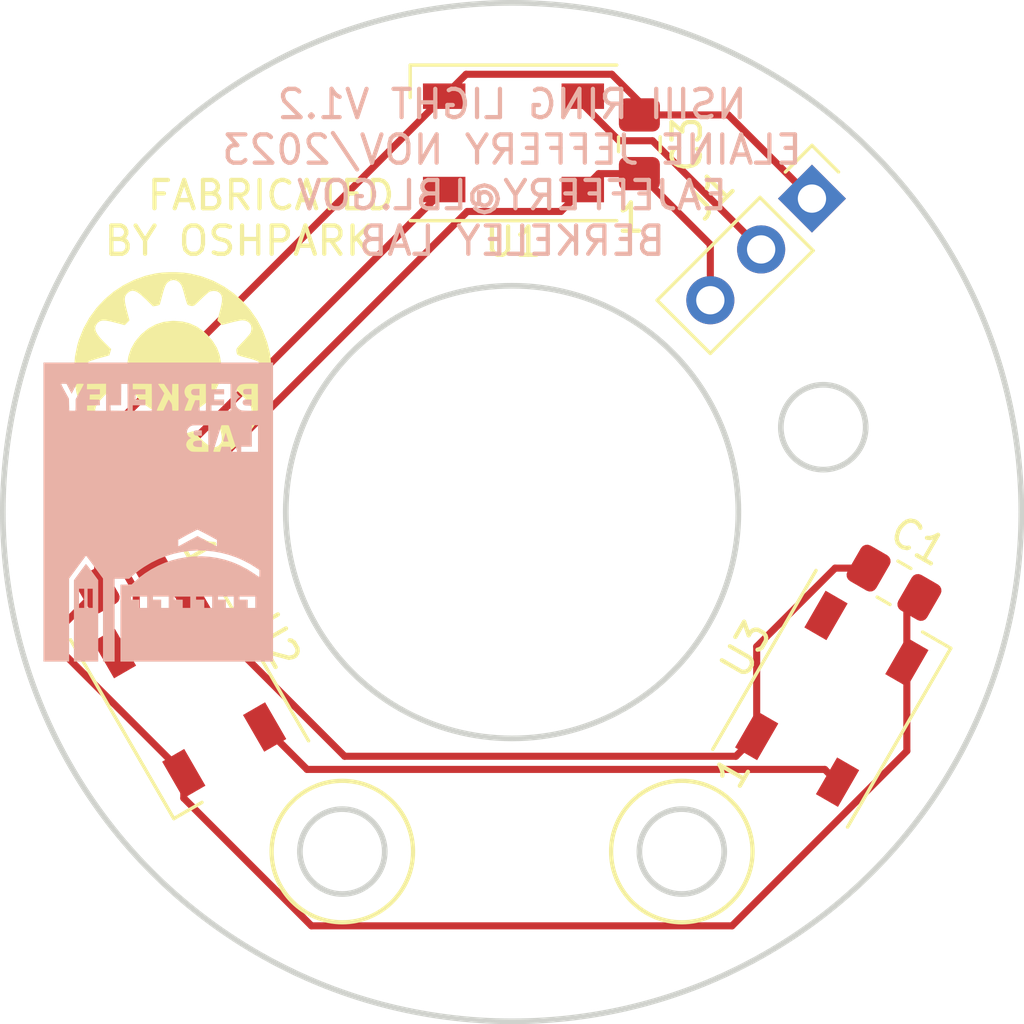
<source format=kicad_pcb>
(kicad_pcb (version 20221018) (generator pcbnew)
  (layers (0 "F.Cu" signal) (31 "B.Cu" signal) (34 "B.Paste" user) (35 "F.Paste" user) (36 "B.SilkS" user "B.Silkscreen") (37 "F.SilkS" user "F.Silkscreen") (38 "B.Mask" user) (39 "F.Mask" user) (44 "Edge.Cuts" user))
  (net 0 "")
  (net 1 "VDD")
  (net 2 "GND")
  (net 3 "/BlinkStick_R")
  (net 4 "Net-(U1-DOUT)")
  (net 5 "Net-(U2-DOUT)")
  (footprint "LED_SMD:LED_WS2812B_PLCC4_5.0x5.0mm_P3.2mm" (layer "F.Cu") (at 161.3 106.6 60)
    (fp_text reference "U3" (at 0 -3.5 60) (layer "F.SilkS"))
    (fp_text value "2812")
    (fp_text user "1" (at -4.001666 -1.731089 60) (layer "F.SilkS"))
    (fp_line (start -3.65 -2.75) (end 3.65 -2.75) (stroke (width 0.12)) (layer "F.SilkS"))
    (fp_line (start -3.65 2.75) (end 3.65 2.75) (stroke (width 0.12)) (layer "F.SilkS"))
    (fp_line (start 3.65 2.75) (end 3.65 1.6) (stroke (width 0.12)) (layer "F.SilkS"))
    (pad "1" smd rect (at -2.45 -1.65 60) (size 1.5 0.9) (layers "F.Cu" "F.Paste" "F.Mask") (net 2 "GND"))
    (pad "2" smd rect (at -2.45 1.65 60) (size 1.5 0.9) (layers "F.Cu" "F.Paste" "F.Mask") (net 5 "Net-(U2-DOUT)"))
    (pad "3" smd rect (at 2.45 1.65 60) (size 1.5 0.9) (layers "F.Cu" "F.Paste" "F.Mask") (net 1 "VDD"))
    (pad "4" smd rect (at 2.45 -1.65 60) (size 1.5 0.9) (layers "F.Cu" "F.Paste" "F.Mask"))
  )
  (footprint "Connector_PinHeader_2.54mm:PinHeader_1x03_P2.54mm_Vertical" (layer "F.Cu") (at 160.6 88.92 -45)
    (fp_text reference "J1" (at -2.630437 2.460732 -135) (layer "F.SilkS"))
    (fp_text value "Conn_01x03_Pin")
    (fp_line (start -1.33 -1.33) (end 0 -1.33) (stroke (width 0.12)) (layer "F.SilkS"))
    (fp_line (start -1.33 0) (end -1.33 -1.33) (stroke (width 0.12)) (layer "F.SilkS"))
    (fp_line (start -1.33 1.27) (end -1.33 6.41) (stroke (width 0.12)) (layer "F.SilkS"))
    (fp_line (start -1.33 1.27) (end 1.33 1.27) (stroke (width 0.12)) (layer "F.SilkS"))
    (fp_line (start -1.33 6.41) (end 1.33 6.41) (stroke (width 0.12)) (layer "F.SilkS"))
    (fp_line (start 1.33 1.27) (end 1.33 6.41) (stroke (width 0.12)) (layer "F.SilkS"))
    (pad "1" thru_hole rect (at 0 0 315) (size 1.7 1.7) (drill 1) (layers "*.Cu" "*.Mask") (net 1 "VDD"))
    (pad "2" thru_hole oval (at 0 2.54 315) (size 1.7 1.7) (drill 1) (layers "*.Cu" "*.Mask") (net 3 "/BlinkStick_R"))
    (pad "3" thru_hole oval (at 0 5.08 315) (size 1.7 1.7) (drill 1) (layers "*.Cu" "*.Mask") (net 2 "GND"))
  )
  (footprint "LED_SMD:LED_WS2812B_PLCC4_5.0x5.0mm_P3.2mm" (layer "F.Cu") (at 150.05 86.95 180)
    (fp_text reference "U1" (at 0 -3.5) (layer "F.SilkS"))
    (fp_text value "2812")
    (fp_text user "1" (at -4.15 -2.65) (layer "F.SilkS"))
    (fp_line (start -3.65 -2.75) (end 3.65 -2.75) (stroke (width 0.12)) (layer "F.SilkS"))
    (fp_line (start -3.65 2.75) (end 3.65 2.75) (stroke (width 0.12)) (layer "F.SilkS"))
    (fp_line (start 3.65 2.75) (end 3.65 1.6) (stroke (width 0.12)) (layer "F.SilkS"))
    (pad "1" smd rect (at -2.45 -1.65 180) (size 1.5 0.9) (layers "F.Cu" "F.Paste" "F.Mask") (net 2 "GND"))
    (pad "2" smd rect (at -2.45 1.65 180) (size 1.5 0.9) (layers "F.Cu" "F.Paste" "F.Mask") (net 3 "/BlinkStick_R"))
    (pad "3" smd rect (at 2.45 1.65 180) (size 1.5 0.9) (layers "F.Cu" "F.Paste" "F.Mask") (net 1 "VDD"))
    (pad "4" smd rect (at 2.45 -1.65 180) (size 1.5 0.9) (layers "F.Cu" "F.Paste" "F.Mask") (net 4 "Net-(U1-DOUT)"))
  )
  (footprint "Capacitor_SMD:C_0805_2012Metric_Pad1.18x1.45mm_HandSolder" (layer "F.Cu") (at 163.5 102.5 150)
    (fp_text reference "C1" (at 0 1.7 150) (layer "F.SilkS"))
    (fp_text value "4.7")
    (fp_line (start -0.261252 -0.735) (end 0.261252 -0.735) (stroke (width 0.12)) (layer "F.SilkS"))
    (fp_line (start -0.261252 0.735) (end 0.261252 0.735) (stroke (width 0.12)) (layer "F.SilkS"))
    (pad "1" smd roundrect (at -1.0375 0 150) (size 1.175 1.45) (layers "F.Cu" "F.Paste" "F.Mask") (roundrect_rratio 0.212766) (net 1 "VDD"))
    (pad "2" smd roundrect (at 1.0375 0 150) (size 1.175 1.45) (layers "F.Cu" "F.Paste" "F.Mask") (roundrect_rratio 0.212766) (net 2 "GND"))
  )
  (footprint "Capacitor_SMD:C_0805_2012Metric_Pad1.18x1.45mm_HandSolder" (layer "F.Cu") (at 154.5 87 -90)
    (fp_text reference "C3" (at 0 -1.68 90) (layer "F.SilkS"))
    (fp_text value "4.7")
    (fp_line (start -0.261252 -0.735) (end 0.261252 -0.735) (stroke (width 0.12)) (layer "F.SilkS"))
    (fp_line (start -0.261252 0.735) (end 0.261252 0.735) (stroke (width 0.12)) (layer "F.SilkS"))
    (pad "1" smd roundrect (at -1.0375 0 270) (size 1.175 1.45) (layers "F.Cu" "F.Paste" "F.Mask") (roundrect_rratio 0.212766) (net 1 "VDD"))
    (pad "2" smd roundrect (at 1.0375 0 270) (size 1.175 1.45) (layers "F.Cu" "F.Paste" "F.Mask") (roundrect_rratio 0.212766) (net 2 "GND"))
  )
  (footprint "footprints:OSHPark_Logo" (layer "F.Cu") (at 138 95)
    (fp_text reference "G***" hide)
    (fp_text value "LOGO" hide)
    (fp_poly (pts (xy 0.349182 -1.737259) (xy 0.61804 -1.668294) (xy 0.867025 -1.550882) (xy 1.101851 -1.382638) (xy 1.221503 -1.273046) (xy 1.42093 -1.046101) (xy 1.568229 -0.807701) (xy 1.665672 -0.552526) (xy 1.715528 -0.27525) (xy 1.723544 -0.095798) (xy 1.697549 0.202506) (xy 1.621865 0.485269) (xy 1.499943 0.747089) (xy 1.335237 0.982564) (xy 1.131198 1.186294) (xy 0.891277 1.352875) (xy 0.752694 1.423381) (xy 0.524094 1.506194) (xy 0.280292 1.5589) (xy 0.03902 1.578934) (xy -0.181989 1.56373) (xy -0.198071 1.56095) (xy -0.492452 1.481651) (xy -0.760497 1.358101) (xy -0.99853 1.1949) (xy -1.202879 0.996647) (xy -1.369869 0.76794) (xy -1.495826 0.513378) (xy -1.577075 0.23756) (xy -1.609943 -0.054914) (xy -1.607272 -0.202953) (xy -1.564764 -0.497026) (xy -1.473619 -0.76796) (xy -1.332548 -1.018467) (xy -1.140261 -1.251259) (xy -1.081142 -1.309766) (xy -0.848061 -1.498027) (xy -0.597337 -1.634859) (xy -0.326306 -1.721317) (xy -0.032304 -1.758457) (xy 0.054741 -1.760162)) (fill solid) (layer "F.SilkS"))
    (fp_poly (pts (xy 0.144299 -3.479251) (xy 0.396076 -3.464097) (xy 0.601085 -3.437482) (xy 1.02098 -3.336222) (xy 1.42381 -3.184141) (xy 1.804639 -2.983798) (xy 2.158535 -2.737754) (xy 2.451697 -2.477602) (xy 2.746035 -2.148099) (xy 2.993121 -1.791462) (xy 3.193446 -1.406779) (xy 3.3475 -0.993134) (xy 3.437243 -0.643211) (xy 3.463015 -0.47329) (xy 3.47918 -0.266359) (xy 3.485706 -0.039306) (xy 3.482561 0.190984) (xy 3.469714 0.407621) (xy 3.447135 0.59372) (xy 3.439617 0.635268) (xy 3.330355 1.062144) (xy 3.176042 1.459055) (xy 2.974849 1.829437) (xy 2.724944 2.176722) (xy 2.464148 2.465085) (xy 2.133591 2.760471) (xy 1.780169 3.006158) (xy 1.403406 3.202402) (xy 1.002823 3.349457) (xy 0.652852 3.43416) (xy 0.468016 3.46127) (xy 0.253559 3.480102) (xy 0.029857 3.489806) (xy -0.18271 3.489532) (xy -0.363765 3.478429) (xy -0.375867 3.477094) (xy -0.800843 3.40139) (xy -1.209429 3.275181) (xy -1.597618 3.101284) (xy -1.961407 2.882516) (xy -2.29679 2.621696) (xy -2.599762 2.321638) (xy -2.866319 1.985162) (xy -3.092455 1.615083) (xy -3.131848 1.538547) (xy -3.292067 1.157673) (xy -3.404467 0.75643) (xy -3.468567 0.341934) (xy -3.483888 -0.078698) (xy -3.481965 -0.102477) (xy -3.110792 -0.102477) (xy -3.104148 0.016046) (xy -3.050908 0.123253) (xy -2.959064 0.203762) (xy -2.948729 0.209407) (xy -2.886773 0.235074) (xy -2.786423 0.269423) (xy -2.662347 0.307672) (xy -2.54844 0.339881) (xy -2.236644 0.424245) (xy -2.203103 0.538028) (xy -2.169562 0.65181) (xy -2.3744 0.85279) (xy -2.531457 1.016762) (xy -2.642864 1.157131) (xy -2.710332 1.277745) (xy -2.73557 1.382454) (xy -2.72029 1.475104) (xy -2.680859 1.542094) (xy -2.616787 1.597408) (xy -2.532084 1.64082) (xy -2.517651 1.645611) (xy -2.467846 1.657397) (xy -2.414985 1.660655) (xy -2.347914 1.653967) (xy -2.255481 1.635917) (xy -2.126531 1.605087) (xy -2.053561 1.586652) (xy -1.696471 1.495637) (xy -1.612366 1.575782) (xy -1.5767 1.611175) (xy -1.553441 1.64402) (xy -1.542875 1.683737) (xy -1.545289 1.739746) (xy -1.560967 1.821467) (xy -1.590197 1.938321) (xy -1.627633 2.078727) (xy -1.666103 2.22989) (xy -1.687632 2.340719) (xy -1.692382 2.422883) (xy -1.680513 2.48805) (xy -1.652186 2.547888) (xy -1.634478 2.57564) (xy -1.546609 2.661852) (xy -1.436169 2.701929) (xy -1.314938 2.692358) (xy -1.281868 2.680799) (xy -1.227676 2.647743) (xy -1.145677 2.584558) (xy -1.046577 2.500017) (xy -0.941078 2.402896) (xy -0.930604 2.392845) (xy -0.670582 2.142325) (xy -0.561489 2.1736) (xy -0.452396 2.204875) (xy -0.367642 2.518871) (xy -0.316821 2.697952) (xy -0.272311 2.831228) (xy -0.230324 2.926693) (xy -0.187072 2.992343) (xy -0.138767 3.036173) (xy -0.115982 3.050042) (xy -0.001206 3.088395) (xy 0.112535 3.074194) (xy 0.16512 3.051368) (xy 0.219396 3.014355) (xy 0.266036 2.959368) (xy 0.308946 2.878341) (xy 0.352033 2.763206) (xy 0.399203 2.605897) (xy 0.422781 2.519279) (xy 0.506358 2.205691) (xy 0.619241 2.173036) (xy 0.732125 2.140382) (xy 0.934004 2.346124) (xy 1.096676 2.502484) (xy 1.235278 2.613726) (xy 1.354061 2.68158) (xy 1.457275 2.707776) (xy 1.549172 2.694042) (xy 1.634002 2.642107) (xy 1.64276 2.634429) (xy 1.697375 2.574653) (xy 1.730873 2.507097) (xy 1.743632 2.422817) (xy 1.736028 2.312869) (xy 1.708439 2.16831) (xy 1.669106 2.009826) (xy 1.578997 1.667796) (xy 1.658518 1.58459) (xy 1.692472 1.549946) (xy 1.723308 1.527001) (xy 1.760296 1.516056) (xy 1.812705 1.517411) (xy 1.889808 1.531366) (xy 2.000874 1.558223) (xy 2.155173 1.598282) (xy 2.165721 1.601037) (xy 2.336764 1.641222) (xy 2.466737 1.65958) (xy 2.56509 1.655364) (xy 2.641273 1.627827) (xy 2.704736 1.576223) (xy 2.721733 1.557098) (xy 2.776132 1.472782) (xy 2.795243 1.385822) (xy 2.776994 1.290816) (xy 2.719309 1.18236) (xy 2.620115 1.055052) (xy 2.477339 0.903491) (xy 2.466755 0.892925) (xy 2.224352 0.651644) (xy 2.2576 0.539038) (xy 2.290849 0.426431) (xy 2.602914 0.341529) (xy 2.78385 0.289584) (xy 2.91899 0.243709) (xy 3.016411 0.200272) (xy 3.084193 0.155641) (xy 3.130412 0.106185) (xy 3.132282 0.103549) (xy 3.16912 0.008561) (xy 3.169612 -0.102162) (xy 3.134808 -0.204379) (xy 3.117842 -0.229507) (xy 3.06747 -0.28341) (xy 3.004549 -0.327068) (xy 2.917937 -0.365757) (xy 2.796486 -0.404754) (xy 2.682327 -0.435695) (xy 2.528805 -0.47566) (xy 2.41998 -0.505816) (xy 2.34768 -0.530547) (xy 2.303734 -0.55424) (xy 2.279968 -0.581277) (xy 2.268212 -0.616045) (xy 2.260431 -0.662056) (xy 2.254116 -0.709267) (xy 2.256394 -0.748127) (xy 2.272991 -0.787764) (xy 2.309632 -0.837301) (xy 2.372043 -0.905865) (xy 2.46595 -1.00258) (xy 2.488565 -1.025645) (xy 2.584874 -1.127368) (xy 2.668335 -1.222062) (xy 2.730371 -1.299544) (xy 2.762401 -1.34963) (xy 2.763257 -1.351738) (xy 2.790083 -1.485052) (xy 2.768847 -1.602521) (xy 2.704995 -1.696068) (xy 2.603974 -1.757613) (xy 2.475091 -1.779095) (xy 2.407389 -1.771987) (xy 2.30225 -1.752707) (xy 2.174817 -1.724318) (xy 2.057902 -1.694676) (xy 1.743705 -1.610258) (xy 1.66307 -1.690893) (xy 1.582435 -1.771528) (xy 1.667079 -2.088699) (xy 1.71479 -2.281415) (xy 1.741924 -2.431398) (xy 1.748066 -2.546813) (xy 1.732798 -2.63582) (xy 1.695701 -2.706584) (xy 1.636359 -2.767266) (xy 1.632195 -2.770674) (xy 1.551435 -2.806886) (xy 1.446967 -2.816967) (xy 1.343323 -2.800663) (xy 1.28567 -2.774266) (xy 1.239631 -2.737588) (xy 1.165485 -2.671743) (xy 1.073776 -2.58633) (xy 0.982755 -2.498521) (xy 0.882724 -2.401242) (xy 0.812118 -2.336738) (xy 0.761628 -2.2991) (xy 0.721949 -2.28242) (xy 0.683772 -2.28079) (xy 0.64844 -2.286278) (xy 0.576155 -2.306658) (xy 0.528202 -2.332384) (xy 0.524586 -2.336215) (xy 0.507827 -2.374413) (xy 0.481805 -2.453303) (xy 0.450413 -2.560441) (xy 0.424876 -2.654957) (xy 0.390282 -2.781143) (xy 0.356209 -2.894291) (xy 0.327278 -2.979603) (xy 0.312372 -3.015202) (xy 0.232931 -3.121063) (xy 0.132148 -3.184515) (xy 0.020863 -3.203379) (xy -0.090081 -3.175472) (xy -0.175952 -3.113416) (xy -0.217755 -3.064322) (xy -0.25317 -3.003297) (xy -0.287012 -2.91898) (xy -0.324101 -2.800014) (xy -0.352962 -2.696013) (xy -0.387692 -2.567708) (xy -0.417651 -2.457723) (xy -0.439746 -2.37737) (xy -0.450882 -2.337962) (xy -0.451109 -2.337225) (xy -0.481659 -2.314609) (xy -0.547017 -2.294002) (xy -0.576577 -2.288341) (xy -0.692542 -2.269797) (xy -0.943533 -2.515936) (xy -1.094115 -2.655672) (xy -1.219405 -2.75234) (xy -1.325141 -2.807969) (xy -1.417059 -2.824589) (xy -1.500896 -2.804228) (xy -1.582391 -2.748917) (xy -1.588019 -2.743912) (xy -1.642581 -2.684222) (xy -1.676076 -2.616786) (xy -1.688875 -2.53267) (xy -1.681352 -2.422939) (xy -1.653879 -2.278658) (xy -1.614124 -2.118393) (xy -1.523774 -1.775447) (xy -1.608162 -1.691059) (xy -1.69255 -1.606672) (xy -2.029043 -1.695705) (xy -2.213417 -1.740862) (xy -2.355468 -1.765805) (xy -2.463878 -1.770194) (xy -2.547331 -1.753688) (xy -2.614509 -1.715946) (xy -2.6618 -1.67087) (xy -2.717613 -1.586035) (xy -2.735451 -1.494789) (xy -2.713571 -1.39284) (xy -2.650234 -1.275895) (xy -2.543698 -1.139663) (xy -2.392223 -0.979851) (xy -2.3744 -0.962274) (xy -2.169562 -0.761293) (xy -2.202486 -0.649786) (xy -2.23541 -0.538279) (xy -2.547824 -0.452229) (xy -2.733134 -0.398733) (xy -2.871894 -0.351507) (xy -2.971238 -0.306117) (xy -3.038301 -0.25813) (xy -3.080216 -0.203115) (xy -3.10412 -0.136638) (xy -3.110792 -0.102477) (xy -3.481965 -0.102477) (xy -3.449949 -0.498347) (xy -3.36627 -0.909896) (xy -3.309641 -1.098446) (xy -3.148342 -1.497991) (xy -2.941535 -1.870323) (xy -2.692883 -2.21229) (xy -2.406051 -2.520737) (xy -2.084701 -2.792512) (xy -1.732497 -3.024461) (xy -1.353101 -3.213431) (xy -0.950178 -3.356269) (xy -0.590069 -3.439383) (xy -0.369922 -3.466928) (xy -0.118083 -3.480206)) (fill solid) (layer "F.SilkS"))
  )
  (footprint "Capacitor_SMD:C_0805_2012Metric_Pad1.18x1.45mm_HandSolder" (layer "F.Cu") (at 136.25 102.25 30)
    (fp_text reference "C2" (at 0 -1.68 30) (layer "F.SilkS"))
    (fp_text value "4.7")
    (fp_line (start -0.261252 -0.735) (end 0.261252 -0.735) (stroke (width 0.12)) (layer "F.SilkS"))
    (fp_line (start -0.261252 0.735) (end 0.261252 0.735) (stroke (width 0.12)) (layer "F.SilkS"))
    (pad "1" smd roundrect (at -1.0375 0 30) (size 1.175 1.45) (layers "F.Cu" "F.Paste" "F.Mask") (roundrect_rratio 0.212766) (net 1 "VDD"))
    (pad "2" smd roundrect (at 1.0375 0 30) (size 1.175 1.45) (layers "F.Cu" "F.Paste" "F.Mask") (roundrect_rratio 0.212766) (net 2 "GND"))
  )
  (footprint "LED_SMD:LED_WS2812B_PLCC4_5.0x5.0mm_P3.2mm" (layer "F.Cu") (at 138.6 106.3 -60)
    (fp_text reference "U2" (at 0 -3.5 120) (layer "F.SilkS"))
    (fp_text value "2812")
    (fp_text user "1" (at -4.043524 -2.79641 120) (layer "F.SilkS"))
    (fp_line (start -3.65 -2.75) (end 3.65 -2.75) (stroke (width 0.12)) (layer "F.SilkS"))
    (fp_line (start -3.65 2.75) (end 3.65 2.75) (stroke (width 0.12)) (layer "F.SilkS"))
    (fp_line (start 3.65 2.75) (end 3.65 1.6) (stroke (width 0.12)) (layer "F.SilkS"))
    (pad "1" smd rect (at -2.45 -1.65 300) (size 1.5 0.9) (layers "F.Cu" "F.Paste" "F.Mask") (net 2 "GND"))
    (pad "2" smd rect (at -2.45 1.65 300) (size 1.5 0.9) (layers "F.Cu" "F.Paste" "F.Mask") (net 4 "Net-(U1-DOUT)"))
    (pad "3" smd rect (at 2.45 1.65 300) (size 1.5 0.9) (layers "F.Cu" "F.Paste" "F.Mask") (net 1 "VDD"))
    (pad "4" smd rect (at 2.45 -1.65 300) (size 1.5 0.9) (layers "F.Cu" "F.Paste" "F.Mask") (net 5 "Net-(U2-DOUT)"))
  )
  (footprint "footprints:Berkeley_Lab_Logo" (layer "B.Cu") (at 137.5 100 180)
    (fp_text reference "G***" hide)
    (fp_text value "LOGO" hide)
    (fp_poly (pts (xy -2.33947 2.678718) (xy -2.317771 2.608222) (xy -2.302683 2.557858) (xy -2.294954 2.524287) (xy -2.295331 2.504173) (xy -2.304561 2.494177) (xy -2.32339 2.490963) (xy -2.352566 2.491194) (xy -2.381348 2.491619) (xy -2.477157 2.491619) (xy -2.461597 2.543024) (xy -2.450876 2.578321) (xy -2.435756 2.627943) (xy -2.418921 2.683086) (xy -2.412861 2.702909) (xy -2.379684 2.811389)) (fill solid) (layer "B.SilkS"))
    (fp_poly (pts (xy -1.448405 2.527616) (xy -1.363515 2.523574) (xy -1.300063 2.511524) (xy -1.256385 2.490636) (xy -1.230815 2.460079) (xy -1.221691 2.419022) (xy -1.221619 2.414351) (xy -1.228696 2.370768) (xy -1.251173 2.338349) (xy -1.290917 2.316109) (xy -1.349796 2.303067) (xy -1.429678 2.298239) (xy -1.442357 2.298163) (xy -1.536095 2.298095) (xy -1.536095 2.413) (xy -1.536095 2.527905)) (fill solid) (layer "B.SilkS"))
    (fp_poly (pts (xy -1.281644 4.353451) (xy -1.243385 4.35029) (xy -1.217476 4.343818) (xy -1.198018 4.33305) (xy -1.194372 4.330287) (xy -1.163213 4.291876) (xy -1.153754 4.24387) (xy -1.161614 4.201667) (xy -1.178611 4.168173) (xy -1.206124 4.145298) (xy -1.247863 4.131503) (xy -1.30754 4.125254) (xy -1.348019 4.124476) (xy -1.451429 4.124476) (xy -1.451429 4.239381) (xy -1.451429 4.354286) (xy -1.338155 4.354286)) (fill solid) (layer "B.SilkS"))
    (fp_poly (pts (xy -3.103539 4.352465) (xy -3.055564 4.345967) (xy -3.023859 4.333235) (xy -3.004564 4.312714) (xy -2.993821 4.282849) (xy -2.993762 4.282582) (xy -2.994059 4.244941) (xy -3.007089 4.206491) (xy -3.028677 4.177028) (xy -3.042494 4.168275) (xy -3.062734 4.164976) (xy -3.100606 4.162415) (xy -3.149558 4.160959) (xy -3.175989 4.160762) (xy -3.289905 4.160762) (xy -3.289905 4.257524) (xy -3.289905 4.354286) (xy -3.171644 4.354286)) (fill solid) (layer "B.SilkS"))
    (fp_poly (pts (xy -1.358118 2.889974) (xy -1.31844 2.887051) (xy -1.29198 2.881155) (xy -1.273269 2.871445) (xy -1.268921 2.86813) (xy -1.245287 2.835038) (xy -1.239832 2.794095) (xy -1.252264 2.75307) (xy -1.274303 2.725909) (xy -1.292489 2.712299) (xy -1.312579 2.703809) (xy -1.34064 2.699261) (xy -1.382742 2.697476) (xy -1.421865 2.697238) (xy -1.536095 2.697238) (xy -1.536095 2.794) (xy -1.536095 2.890762) (xy -1.416483 2.890762)) (fill solid) (layer "B.SilkS"))
    (fp_poly (pts (xy -3.104762 3.978951) (xy -3.065957 3.977123) (xy -3.040543 3.972831) (xy -3.023121 3.965055) (xy -3.008292 3.952777) (xy -3.005117 3.949645) (xy -2.980121 3.909308) (xy -2.974768 3.863176) (xy -2.988985 3.819034) (xy -3.006611 3.796989) (xy -3.023048 3.783576) (xy -3.041875 3.774688) (xy -3.068626 3.769149) (xy -3.108832 3.76578) (xy -3.163849 3.763542) (xy -3.289905 3.759417) (xy -3.289905 3.869375) (xy -3.289905 3.979333) (xy -3.162355 3.979333)) (fill solid) (layer "B.SilkS"))
    (fp_poly (pts (xy 2.569958 -1.840504) (xy 2.580714 -1.85417) (xy 2.603758 -1.884713) (xy 2.637116 -1.929472) (xy 2.678812 -1.985784) (xy 2.726871 -2.050991) (xy 2.779319 -2.122429) (xy 2.786077 -2.131654) (xy 2.987524 -2.406688) (xy 2.987524 -3.846154) (xy 2.987524 -5.285619) (xy 2.558143 -5.285619) (xy 2.128762 -5.285619) (xy 2.128762 -3.845111) (xy 2.128762 -2.709333) (xy 2.322286 -2.709333) (xy 2.322286 -3.048) (xy 2.322286 -3.386667) (xy 2.413 -3.386667) (xy 2.503714 -3.386667) (xy 2.503714 -3.048) (xy 2.503714 -2.709333) (xy 2.624667 -2.709333) (xy 2.624667 -3.048) (xy 2.624667 -3.386667) (xy 2.715381 -3.386667) (xy 2.806095 -3.386667) (xy 2.806095 -3.048) (xy 2.806095 -2.709333) (xy 2.715381 -2.709333) (xy 2.624667 -2.709333) (xy 2.503714 -2.709333) (xy 2.413 -2.709333) (xy 2.322286 -2.709333) (xy 2.128762 -2.709333) (xy 2.128762 -2.404602) (xy 2.342024 -2.114496) (xy 2.404859 -2.029435) (xy 2.455141 -1.962433) (xy 2.494279 -1.911792) (xy 2.523684 -1.875819) (xy 2.544767 -1.852816) (xy 2.558938 -1.84109) (xy 2.567607 -1.838944)) (fill solid) (layer "B.SilkS"))
    (fp_poly (pts (xy 4.064 0) (xy 4.064 -5.285619) (xy 3.610428 -5.285619) (xy 3.156857 -5.285619) (xy 3.156857 -3.818444) (xy 3.156857 -2.351269) (xy 2.861198 -1.949234) (xy 2.797438 -1.862685) (xy 2.738083 -1.782407) (xy 2.684667 -1.710452) (xy 2.638723 -1.648872) (xy 2.601782 -1.599718) (xy 2.57538 -1.565043) (xy 2.561047 -1.546898) (xy 2.558939 -1.544671) (xy 2.550601 -1.553543) (xy 2.529522 -1.579932) (xy 2.497226 -1.62182) (xy 2.455239 -1.677188) (xy 2.405088 -1.744018) (xy 2.348299 -1.820293) (xy 2.286397 -1.903994) (xy 2.255884 -1.945445) (xy 1.959428 -2.348746) (xy 1.959428 -3.817183) (xy 1.959428 -5.285619) (xy 1.753809 -5.285619) (xy 1.54819 -5.285619) (xy 1.54819 -3.822095) (xy 1.54819 -2.358571) (xy 1.293534 -2.358571) (xy 1.038878 -2.358571) (xy 0.90951 -2.246491) (xy 0.827291 -2.176151) (xy 0.756219 -2.117705) (xy 0.689953 -2.066332) (xy 0.622151 -2.017212) (xy 0.546473 -1.965524) (xy 0.495905 -1.932098) (xy 0.250014 -1.785147) (xy -0.005078 -1.65991) (xy -0.267925 -1.556379) (xy -0.537076 -1.474548) (xy -0.811083 -1.41441) (xy -1.088498 -1.375959) (xy -1.367871 -1.359188) (xy -1.647755 -1.36409) (xy -1.9267 -1.39066) (xy -2.203258 -1.438889) (xy -2.475981 -1.508773) (xy -2.743418 -1.600304) (xy -3.004123 -1.713475) (xy -3.256646 -1.848281) (xy -3.419265 -1.949856) (xy -3.568095 -2.048569) (xy -3.568095 -2.173933) (xy -3.567513 -2.231227) (xy -3.565467 -2.267628) (xy -3.561513 -2.286411) (xy -3.555205 -2.290853) (xy -3.552359 -2.289625) (xy -3.53727 -2.279599) (xy -3.506225 -2.258448) (xy -3.46313 -2.228849) (xy -3.411893 -2.193484) (xy -3.386049 -2.175589) (xy -3.138741 -2.018272) (xy -2.88428 -1.883991) (xy -2.62326 -1.772866) (xy -2.356274 -1.685016) (xy -2.083916 -1.620561) (xy -1.806778 -1.57962) (xy -1.525454 -1.562312) (xy -1.240537 -1.568757) (xy -0.95262 -1.599074) (xy -0.724443 -1.63977) (xy -0.474759 -1.70395) (xy -0.226267 -1.790501) (xy 0.017735 -1.897694) (xy 0.25395 -2.023803) (xy 0.479081 -2.167098) (xy 0.689831 -2.325853) (xy 0.845486 -2.462474) (xy 0.947116 -2.558143) (xy 1.144843 -2.561981) (xy 1.342571 -2.565818) (xy 1.342571 -3.925719) (xy 1.342571 -5.285619) (xy -1.354667 -5.285619) (xy -4.051905 -5.285619) (xy -4.051905 -2.987524) (xy -3.422953 -2.987524) (xy -3.422953 -3.187095) (xy -3.422953 -3.386667) (xy -3.289905 -3.386667) (xy -3.156857 -3.386667) (xy -3.156857 -3.241524) (xy -3.156857 -3.096381) (xy -3.011714 -3.096381) (xy -2.866572 -3.096381) (xy -2.866572 -3.041952) (xy -2.866572 -2.987524) (xy -2.660953 -2.987524) (xy -2.660953 -3.187095) (xy -2.660953 -3.386667) (xy -2.521857 -3.386667) (xy -2.382762 -3.386667) (xy -2.382762 -3.241524) (xy -2.382762 -3.096381) (xy -2.243667 -3.096381) (xy -2.104572 -3.096381) (xy -2.104572 -3.041952) (xy -2.104572 -2.987524) (xy -1.898953 -2.987524) (xy -1.898953 -3.187095) (xy -1.898953 -3.386667) (xy -1.759857 -3.386667) (xy -1.620762 -3.386667) (xy -1.620762 -3.241524) (xy -1.620762 -3.096381) (xy -1.475619 -3.096381) (xy -1.330476 -3.096381) (xy -1.330476 -3.041952) (xy -1.330476 -2.987524) (xy -1.124857 -2.987524) (xy -1.124857 -3.187095) (xy -1.124857 -3.386667) (xy -0.99181 -3.386667) (xy -0.858762 -3.386667) (xy -0.858762 -3.241524) (xy -0.858762 -3.096381) (xy -0.713619 -3.096381) (xy -0.568476 -3.096381) (xy -0.568476 -3.041952) (xy -0.568476 -2.987524) (xy -0.362857 -2.987524) (xy -0.362857 -3.187095) (xy -0.362857 -3.386667) (xy -0.22981 -3.386667) (xy -0.096762 -3.386667) (xy -0.096762 -3.241524) (xy -0.096762 -3.096381) (xy 0.048381 -3.096381) (xy 0.193524 -3.096381) (xy 0.193524 -3.041952) (xy 0.193524 -2.987524) (xy 0.399143 -2.987524) (xy 0.399143 -3.187095) (xy 0.399143 -3.386667) (xy 0.538238 -3.386667) (xy 0.677333 -3.386667) (xy 0.677333 -3.241524) (xy 0.677333 -3.096381) (xy 0.822476 -3.096381) (xy 0.967619 -3.096381) (xy 0.967619 -3.041952) (xy 0.967619 -2.987524) (xy 0.683381 -2.987524) (xy 0.399143 -2.987524) (xy 0.193524 -2.987524) (xy -0.084667 -2.987524) (xy -0.362857 -2.987524) (xy -0.568476 -2.987524) (xy -0.846667 -2.987524) (xy -1.124857 -2.987524) (xy -1.330476 -2.987524) (xy -1.614714 -2.987524) (xy -1.898953 -2.987524) (xy -2.104572 -2.987524) (xy -2.382762 -2.987524) (xy -2.660953 -2.987524) (xy -2.866572 -2.987524) (xy -3.144762 -2.987524) (xy -3.422953 -2.987524) (xy -4.051905 -2.987524) (xy -4.051905 -1.097292) (xy -2.068286 -1.097292) (xy -2.067534 -1.146038) (xy -2.065516 -1.184093) (xy -2.062589 -1.206143) (xy -2.060757 -1.209524) (xy -2.048664 -1.20397) (xy -2.017927 -1.188229) (xy -1.97115 -1.163679) (xy -1.910934 -1.131699) (xy -1.839883 -1.093668) (xy -1.760599 -1.050966) (xy -1.716661 -1.027199) (xy -1.380093 -0.844874) (xy -1.092213 -1.001322) (xy -1.013137 -1.044229) (xy -0.938446 -1.084632) (xy -0.871562 -1.12069) (xy -0.815905 -1.150562) (xy -0.774895 -1.172407) (xy -0.752929 -1.183892) (xy -0.701524 -1.210015) (xy -0.701524 -1.095745) (xy -0.701524 -0.981474) (xy -1.031119 -0.80219) (xy -1.113357 -0.757781) (xy -1.189326 -0.717377) (xy -1.256283 -0.682387) (xy -1.311487 -0.654223) (xy -1.352194 -0.634294) (xy -1.375661 -0.62401) (xy -1.379815 -0.622905) (xy -1.394827 -0.628485) (xy -1.42833 -0.644296) (xy -1.477599 -0.668943) (xy -1.53991 -0.701033) (xy -1.612539 -0.739172) (xy -1.692761 -0.781964) (xy -1.7336 -0.803983) (xy -2.068286 -0.985061) (xy -2.068286 -1.097292) (xy -4.051905 -1.097292) (xy -4.051905 0) (xy -4.051905 3.072191) (xy -3.519714 3.072191) (xy -3.519714 2.600476) (xy -3.519714 2.128762) (xy -3.223381 2.128762) (xy -2.927048 2.128762) (xy -2.927048 2.137086) (xy -2.781905 2.137086) (xy -2.770767 2.133215) (xy -2.741176 2.130302) (xy -2.698864 2.128843) (xy -2.68544 2.128762) (xy -2.588975 2.128762) (xy -2.561464 2.219363) (xy -2.533953 2.309964) (xy -2.381603 2.310077) (xy -2.229253 2.310191) (xy -2.202894 2.219476) (xy -2.176536 2.128762) (xy -2.055072 2.128762) (xy -1.766189 2.128762) (xy -1.478785 2.129028) (xy -1.385987 2.129296) (xy -1.314007 2.130062) (xy -1.259475 2.131552) (xy -1.21902 2.133994) (xy -1.189273 2.137617) (xy -1.166861 2.142649) (xy -1.148416 2.149317) (xy -1.143 2.151741) (xy -1.084857 2.188984) (xy -1.035677 2.239936) (xy -0.999723 2.298621) (xy -0.981259 2.359064) (xy -0.979714 2.380569) (xy -0.990981 2.446311) (xy -1.021885 2.508709) (xy -1.068077 2.561258) (xy -1.124386 2.5971) (xy -1.166248 2.615029) (xy -1.130209 2.630182) (xy -1.099801 2.648853) (xy -1.066569 2.677589) (xy -1.055902 2.688919) (xy -1.021071 2.745311) (xy -1.006891 2.807841) (xy -1.012231 2.872123) (xy -1.035963 2.93377) (xy -1.076957 2.988394) (xy -1.134084 3.031609) (xy -1.145695 3.037691) (xy -1.165228 3.046821) (xy -1.184248 3.053757) (xy -1.206309 3.058799) (xy -1.234964 3.062249) (xy -1.273768 3.064408) (xy -1.326273 3.065575) (xy -1.396035 3.066053) (xy -1.481667 3.066143) (xy -1.759857 3.066143) (xy -1.763023 2.597452) (xy -1.766189 2.128762) (xy -2.055072 2.128762) (xy -1.999953 2.129128) (xy -1.964963 2.130724) (xy -1.946046 2.134296) (xy -1.939145 2.140592) (xy -1.940071 2.149929) (xy -1.945036 2.165895) (xy -1.956407 2.202296) (xy -1.973355 2.256483) (xy -1.995053 2.32581) (xy -2.020669 2.407627) (xy -2.049377 2.499286) (xy -2.080347 2.59814) (xy -2.086029 2.616271) (xy -2.117028 2.715336) (xy -2.145635 2.807011) (xy -2.171064 2.888768) (xy -2.192535 2.958081) (xy -2.209265 3.01242) (xy -2.22047 3.04926) (xy -2.22537 3.066072) (xy -2.225524 3.066818) (xy -2.236787 3.069022) (xy -2.267247 3.070787) (xy -2.311913 3.071905) (xy -2.352783 3.072191) (xy -2.409721 3.071881) (xy -2.447185 3.070337) (xy -2.469887 3.066634) (xy -2.482542 3.05985) (xy -2.489863 3.04906) (xy -2.491694 3.044976) (xy -2.497976 3.027476) (xy -2.510349 2.990614) (xy -2.527836 2.937442) (xy -2.549463 2.871008) (xy -2.574256 2.79436) (xy -2.60124 2.710549) (xy -2.62944 2.622622) (xy -2.657881 2.53363) (xy -2.68559 2.446622) (xy -2.711591 2.364645) (xy -2.734909 2.290751) (xy -2.75457 2.227987) (xy -2.7696 2.179403) (xy -2.779023 2.148048) (xy -2.781905 2.137086) (xy -2.927048 2.137086) (xy -2.927048 2.219476) (xy -2.927048 2.310191) (xy -3.114524 2.310191) (xy -3.302 2.310191) (xy -3.302 2.691191) (xy -3.302 3.072191) (xy -3.410857 3.072191) (xy -3.519714 3.072191) (xy -4.051905 3.072191) (xy -4.051905 3.870254) (xy -3.517587 3.870254) (xy -3.517448 3.784042) (xy -3.516992 3.710636) (xy -3.516236 3.652792) (xy -3.515199 3.613261) (xy -3.513899 3.594798) (xy -3.513706 3.594074) (xy -3.507583 3.588741) (xy -3.492115 3.584828) (xy -3.464649 3.582223) (xy -3.422537 3.580814) (xy -3.363126 3.58049) (xy -3.283766 3.581138) (xy -3.225964 3.58194) (xy -3.136075 3.583401) (xy -3.066834 3.584931) (xy -3.014701 3.586893) (xy -2.976136 3.589654) (xy -2.947599 3.593578) (xy -2.925549 3.59903) (xy -2.906446 3.606375) (xy -2.88675 3.615978) (xy -2.884494 3.617137) (xy -2.81922 3.661937) (xy -2.771859 3.717748) (xy -2.743265 3.780867) (xy -2.734288 3.847591) (xy -2.738229 3.870436) (xy -2.550016 3.870436) (xy -2.549933 3.784387) (xy -2.549551 3.71118) (xy -2.548884 3.653559) (xy -2.547947 3.614266) (xy -2.546756 3.596047) (xy -2.546576 3.595348) (xy -2.539132 3.590618) (xy -2.519433 3.586903) (xy -2.485356 3.584107) (xy -2.434783 3.582136) (xy -2.365594 3.580895) (xy -2.275668 3.580289) (xy -2.207761 3.580191) (xy -1.874762 3.580191) (xy -1.874762 3.676952) (xy -1.874762 3.773714) (xy -2.098524 3.773714) (xy -2.322286 3.773714) (xy -2.322286 3.870368) (xy -1.679141 3.870368) (xy -1.679037 3.784258) (xy -1.678627 3.710978) (xy -1.677927 3.653273) (xy -1.676953 3.613893) (xy -1.675722 3.595582) (xy -1.675537 3.594874) (xy -1.664986 3.586956) (xy -1.638716 3.582788) (xy -1.593385 3.582007) (xy -1.563507 3.582741) (xy -1.457476 3.586238) (xy -1.454138 3.770691) (xy -1.450799 3.955143) (xy -1.375518 3.95509) (xy -1.300238 3.955036) (xy -1.227667 3.770637) (xy -1.155095 3.586238) (xy -1.047196 3.582713) (xy -0.997207 3.581752) (xy -0.955738 3.582193) (xy -0.929261 3.583916) (xy -0.924184 3.584987) (xy -0.921749 3.595669) (xy -0.928254 3.623379) (xy -0.944129 3.669397) (xy -0.969802 3.735007) (xy -0.994091 3.79389) (xy -1.024169 3.866297) (xy -1.025801 3.870368) (xy -0.711522 3.870368) (xy -0.711418 3.784258) (xy -0.711008 3.710978) (xy -0.710308 3.653273) (xy -0.709334 3.613893) (xy -0.708103 3.595582) (xy -0.707918 3.594874) (xy -0.697367 3.586956) (xy -0.671097 3.582788) (xy -0.625766 3.582007) (xy -0.595888 3.582741) (xy -0.489857 3.586238) (xy -0.48381 3.701817) (xy -0.480491 3.756349) (xy -0.475756 3.794562) (xy -0.467185 3.824308) (xy -0.452357 3.853436) (xy -0.428852 3.889798) (xy -0.423333 3.897982) (xy -0.3972 3.935531) (xy -0.376017 3.963854) (xy -0.363442 3.978128) (xy -0.361965 3.97895) (xy -0.354953 3.968632) (xy -0.339734 3.939744) (xy -0.318033 3.895777) (xy -0.291577 3.840217) (xy -0.264944 3.782786) (xy -0.174862 3.586238) (xy -0.067222 3.582713) (xy -0.017245 3.581764) (xy 0.024256 3.582242) (xy 0.050777 3.58402) (xy 0.055829 3.585102) (xy 0.057281 3.595678) (xy 0.049192 3.623396) (xy 0.031162 3.669249) (xy 0.002793 3.73423) (xy -0.036315 3.819334) (xy -0.050078 3.848674) (xy -0.060289 3.870436) (xy 0.231889 3.870436) (xy 0.231972 3.784387) (xy 0.232354 3.71118) (xy 0.233021 3.653559) (xy 0.233958 3.614266) (xy 0.235148 3.596047) (xy 0.235329 3.595348) (xy 0.242772 3.590618) (xy 0.262472 3.586903) (xy 0.296549 3.584107) (xy 0.347121 3.582136) (xy 0.416311 3.580895) (xy 0.506236 3.580289) (xy 0.574144 3.580191) (xy 0.907143 3.580191) (xy 0.907143 3.676952) (xy 0.907143 3.773714) (xy 0.683381 3.773714) (xy 0.459619 3.773714) (xy 0.459619 3.870405) (xy 1.090659 3.870405) (xy 1.090751 3.784328) (xy 1.091146 3.711088) (xy 1.091828 3.653429) (xy 1.092782 3.614096) (xy 1.093991 3.595835) (xy 1.094174 3.595132) (xy 1.101322 3.59015) (xy 1.120003 3.586455) (xy 1.152578 3.583952) (xy 1.201413 3.582543) (xy 1.26887 3.582134) (xy 1.357315 3.582629) (xy 1.393679 3.582999) (xy 1.687286 3.586238) (xy 1.690818 3.679976) (xy 1.694351 3.773714) (xy 1.506538 3.773714) (xy 1.318725 3.773714) (xy 1.315529 4.151691) (xy 1.312333 4.529667) (xy 1.203476 4.529667) (xy 1.094619 4.529667) (xy 1.091447 4.070086) (xy 1.090886 3.966573) (xy 1.090659 3.870405) (xy 0.459619 3.870405) (xy 0.459619 3.876524) (xy 0.459619 3.979333) (xy 0.635 3.979333) (xy 0.810381 3.979333) (xy 0.810381 4.070048) (xy 0.810381 4.160762) (xy 0.635 4.160762) (xy 0.459619 4.160762) (xy 0.459619 4.251476) (xy 0.459619 4.342191) (xy 0.683381 4.342191) (xy 0.907143 4.342191) (xy 0.907143 4.439144) (xy 0.907143 4.536097) (xy 1.850571 4.536097) (xy 1.850571 4.057952) (xy 1.850571 3.579808) (xy 2.186214 3.583023) (xy 2.521857 3.586238) (xy 2.521857 3.676952) (xy 2.521857 3.767667) (xy 2.294586 3.770959) (xy 2.067316 3.774252) (xy 2.070825 3.873769) (xy 2.074333 3.973286) (xy 2.253261 3.976636) (xy 2.432189 3.979986) (xy 2.428642 4.06735) (xy 2.425095 4.154714) (xy 2.24669 4.158062) (xy 2.068286 4.161409) (xy 2.068286 4.2518) (xy 2.068286 4.342191) (xy 2.298604 4.342191) (xy 2.528922 4.342191) (xy 2.52539 4.435929) (xy 2.52201 4.525614) (xy 2.636762 4.525614) (xy 2.64234 4.51264) (xy 2.658029 4.481461) (xy 2.682258 4.43506) (xy 2.713459 4.376417) (xy 2.750061 4.308511) (xy 2.78167 4.250447) (xy 2.926579 3.985381) (xy 2.926813 3.790849) (xy 2.927396 3.724523) (xy 2.928856 3.666833) (xy 2.931008 3.622057) (xy 2.93367 3.59447) (xy 2.935546 3.587819) (xy 2.950763 3.584338) (xy 2.983988 3.582407) (xy 3.02907 3.582303) (xy 3.047427 3.582779) (xy 3.150809 3.586238) (xy 3.156857 3.797905) (xy 3.162905 4.009572) (xy 3.304363 4.267229) (xy 3.353529 4.357946) (xy 3.390462 4.428772) (xy 3.415523 4.48047) (xy 3.429076 4.5138) (xy 3.431485 4.529524) (xy 3.430163 4.530894) (xy 3.410749 4.53343) (xy 3.374972 4.534284) (xy 3.331038 4.533285) (xy 3.247571 4.529667) (xy 3.158542 4.355312) (xy 3.069513 4.180958) (xy 2.980393 4.349265) (xy 2.949923 4.407327) (xy 2.923904 4.457901) (xy 2.904276 4.497131) (xy 2.892983 4.521161) (xy 2.891017 4.526643) (xy 2.879832 4.530738) (xy 2.850597 4.533566) (xy 2.809396 4.535153) (xy 2.762312 4.535523) (xy 2.715428 4.534701) (xy 2.674827 4.532711) (xy 2.646592 4.529578) (xy 2.636762 4.525614) (xy 2.52201 4.525614) (xy 2.521857 4.529667) (xy 2.186214 4.532882) (xy 1.850571 4.536097) (xy 0.907143 4.536097) (xy 0.5715 4.532882) (xy 0.235857 4.529667) (xy 0.232685 4.070086) (xy 0.232122 3.966583) (xy 0.231889 3.870436) (xy -0.060289 3.870436) (xy -0.085594 3.924364) (xy -0.118605 3.995198) (xy -0.147378 4.057422) (xy -0.170183 4.107282) (xy -0.185288 4.141025) (xy -0.189584 4.151101) (xy -0.207774 4.195868) (xy -0.097839 4.357451) (xy -0.060747 4.41249) (xy -0.028998 4.46059) (xy -0.004887 4.498195) (xy 0.009292 4.52175) (xy 0.012095 4.527845) (xy 0.000926 4.531404) (xy -0.028937 4.533444) (xy -0.072032 4.533691) (xy -0.093738 4.533161) (xy -0.199572 4.529667) (xy -0.338667 4.32164) (xy -0.477762 4.113614) (xy -0.48381 4.32164) (xy -0.489857 4.529667) (xy -0.598714 4.529667) (xy -0.707572 4.529667) (xy -0.710744 4.070086) (xy -0.711302 3.96656) (xy -0.711522 3.870368) (xy -1.025801 3.870368) (xy -1.045563 3.91966) (xy -1.059211 3.957129) (xy -1.066053 3.981853) (xy -1.067028 3.996983) (xy -1.063076 4.005667) (xy -1.058339 4.009331) (xy -1.004976 4.047903) (xy -0.967209 4.093783) (xy -0.948079 4.12957) (xy -0.923766 4.207539) (xy -0.921793 4.284725) (xy -0.940879 4.357397) (xy -0.979748 4.421825) (xy -1.03712 4.474277) (xy -1.073442 4.495385) (xy -1.09566 4.505956) (xy -1.115817 4.513955) (xy -1.137633 4.519754) (xy -1.164826 4.523725) (xy -1.201114 4.526239) (xy -1.250216 4.527667) (xy -1.315852 4.528382) (xy -1.40174 4.528756) (xy -1.407528 4.528775) (xy -1.675191 4.529667) (xy -1.678363 4.070086) (xy -1.678921 3.96656) (xy -1.679141 3.870368) (xy -2.322286 3.870368) (xy -2.322286 3.876524) (xy -2.322286 3.979333) (xy -2.146905 3.979333) (xy -1.971524 3.979333) (xy -1.971524 4.070048) (xy -1.971524 4.160762) (xy -2.146905 4.160762) (xy -2.322286 4.160762) (xy -2.322286 4.251476) (xy -2.322286 4.342191) (xy -2.098524 4.342191) (xy -1.874762 4.342191) (xy -1.874762 4.439144) (xy -1.874762 4.536097) (xy -2.210405 4.532882) (xy -2.546048 4.529667) (xy -2.54922 4.070086) (xy -2.549783 3.966583) (xy -2.550016 3.870436) (xy -2.738229 3.870436) (xy -2.745781 3.914217) (xy -2.778596 3.977042) (xy -2.796661 3.998962) (xy -2.828132 4.02923) (xy -2.857989 4.051617) (xy -2.874347 4.059467) (xy -2.89514 4.069084) (xy -2.903423 4.080688) (xy -2.895512 4.087848) (xy -2.890797 4.088191) (xy -2.870327 4.097296) (xy -2.842306 4.120567) (xy -2.812444 4.151942) (xy -2.78645 4.185353) (xy -2.770035 4.214738) (xy -2.769048 4.2175) (xy -2.75891 4.28485) (xy -2.770359 4.352712) (xy -2.801477 4.415874) (xy -2.850348 4.469122) (xy -2.865862 4.480794) (xy -2.900161 4.499421) (xy -2.944491 4.513696) (xy -3.001515 4.523932) (xy -3.073895 4.530445) (xy -3.164296 4.53355) (xy -3.275379 4.533562) (xy -3.308048 4.533096) (xy -3.513667 4.529667) (xy -3.516839 4.070086) (xy -3.51739 3.96652) (xy -3.517587 3.870254) (xy -4.051905 3.870254) (xy -4.051905 5.285619) (xy 0.006047 5.285619) (xy 4.064 5.285619)) (fill solid) (layer "B.SilkS"))
  )
  (gr_circle (center 156 112) (end 156 109.5) (stroke (width 0.15)) (fill none) (layer "F.SilkS"))
  (gr_circle (center 144 112) (end 144 109.5) (stroke (width 0.15)) (fill none) (layer "F.SilkS"))
  (gr_circle (center 161 97) (end 161 98.5) (stroke (width 0.2)) (fill none) (layer "Edge.Cuts"))
  (gr_circle (center 144 112) (end 144 113.5) (stroke (width 0.2)) (fill none) (layer "Edge.Cuts"))
  (gr_circle (center 150 100) (end 158 100) (stroke (width 0.2)) (fill none) (layer "Edge.Cuts"))
  (gr_circle (center 156 112) (end 156 113.5) (stroke (width 0.2)) (fill none) (layer "Edge.Cuts"))
  (gr_circle (center 150 100) (end 168 100) (stroke (width 0.2)) (fill none) (layer "Edge.Cuts"))
  (gr_text "NSIII RING LIGHT V1.2\nELAINE JEFFERY NOV/2023\nEAJEFFERY@LBL.GOV\nBERKELEY LAB" (at 150 91) (layer "B.SilkS") (effects (font (size 1 1)) (justify bottom mirror)))
  (gr_text "  FABRICATED\nBY OSHPARK" (at 135.5 91) (layer "F.SilkS") (effects (font (size 1 1)) (justify left bottom)))
  (segment (start 153.525 84.525) (end 148.375 84.525) (width 0.25) (layer "F.Cu") (net 1))
  (segment (start 163.953942 105.303238) (end 163.953942 103.463309) (width 0.25) (layer "F.Cu") (net 1))
  (segment (start 160.6 88.92) (end 157.6425 85.9625) (width 0.25) (layer "F.Cu") (net 1))
  (segment (start 163.953942 108.445612) (end 163.953942 105.303238) (width 0.25) (layer "F.Cu") (net 1))
  (segment (start 163.953942 103.463309) (end 164.398501 103.01875) (width 0.25) (layer "F.Cu") (net 1))
  (segment (start 135.351499 97.548501) (end 135.351499 102.76875) (width 0.25) (layer "F.Cu") (net 1))
  (segment (start 154.5 85.9625) (end 154.5 85.5) (width 0.25) (layer "F.Cu") (net 1))
  (segment (start 138.396058 109.246762) (end 138.396058 110.112788) (width 0.25) (layer "F.Cu") (net 1))
  (segment (start 138.396058 110.112788) (end 142.90827 114.625) (width 0.25) (layer "F.Cu") (net 1))
  (segment (start 135.351499 102.76875) (end 134 104.120249) (width 0.25) (layer "F.Cu") (net 1))
  (segment (start 134 104.120249) (end 134 104.850704) (width 0.25) (layer "F.Cu") (net 1))
  (segment (start 148.375 84.525) (end 147.6 85.3) (width 0.25) (layer "F.Cu") (net 1))
  (segment (start 154.5 85.5) (end 153.525 84.525) (width 0.25) (layer "F.Cu") (net 1))
  (segment (start 157.774554 114.625) (end 163.953942 108.445612) (width 0.25) (layer "F.Cu") (net 1))
  (segment (start 157.6425 85.9625) (end 154.5 85.9625) (width 0.25) (layer "F.Cu") (net 1))
  (segment (start 142.90827 114.625) (end 157.774554 114.625) (width 0.25) (layer "F.Cu") (net 1))
  (segment (start 147.6 85.3) (end 135.351499 97.548501) (width 0.25) (layer "F.Cu") (net 1))
  (segment (start 134 104.850704) (end 138.396058 109.246762) (width 0.25) (layer "F.Cu") (net 1))
  (segment (start 151.725 89.375) (end 148.416732 89.375) (width 0.25) (layer "F.Cu") (net 2))
  (segment (start 137.148501 101.73125) (end 137.181954 101.73125) (width 0.25) (layer "F.Cu") (net 2))
  (segment (start 137.148501 100.643231) (end 137.148501 101.73125) (width 0.25) (layer "F.Cu") (net 2))
  (segment (start 157.911278 108.631542) (end 158.646058 107.896762) (width 0.25) (layer "F.Cu") (net 2))
  (segment (start 144.082246 108.631542) (end 157.911278 108.631542) (width 0.25) (layer "F.Cu") (net 2))
  (segment (start 138.803942 103.353238) (end 144.082246 108.631542) (width 0.25) (layer "F.Cu") (net 2))
  (segment (start 162.601499 101.98125) (end 161.419196 101.98125) (width 0.25) (layer "F.Cu") (net 2))
  (segment (start 157.007898 90.545398) (end 154.5 88.0375) (width 0.25) (layer "F.Cu") (net 2))
  (segment (start 157.007898 92.512102) (end 157.007898 90.545398) (width 0.25) (layer "F.Cu") (net 2))
  (segment (start 161.419196 101.98125) (end 158.646058 104.754388) (width 0.25) (layer "F.Cu") (net 2))
  (segment (start 137.181954 101.73125) (end 138.803942 103.353238) (width 0.25) (layer "F.Cu") (net 2))
  (segment (start 152.5 88.6) (end 151.725 89.375) (width 0.25) (layer "F.Cu") (net 2))
  (segment (start 148.416732 89.375) (end 137.148501 100.643231) (width 0.25) (layer "F.Cu") (net 2))
  (segment (start 154.5 88.0375) (end 153.0625 88.0375) (width 0.25) (layer "F.Cu") (net 2))
  (segment (start 153.0625 88.0375) (end 152.5 88.6) (width 0.25) (layer "F.Cu") (net 2))
  (segment (start 158.646058 104.754388) (end 158.646058 107.896762) (width 0.25) (layer "F.Cu") (net 2))
  (segment (start 152.5 85.588173) (end 152.5 85.3) (width 0.25) (layer "F.Cu") (net 3))
  (segment (start 153.786827 86.875) (end 152.5 85.588173) (width 0.25) (layer "F.Cu") (net 3))
  (segment (start 158.803949 90.716051) (end 154.962898 86.875) (width 0.25) (layer "F.Cu") (net 3))
  (segment (start 154.962898 86.875) (end 153.786827 86.875) (width 0.25) (layer "F.Cu") (net 3))
  (segment (start 136.714838 104.234458) (end 135.946058 105.003238) (width 0.25) (layer "F.Cu") (net 4))
  (segment (start 136.001665 101.569874) (end 136.714838 102.805126) (width 0.25) (layer "F.Cu") (net 4))
  (segment (start 136.001665 100.198335) (end 136.001665 101.569874) (width 0.25) (layer "F.Cu") (net 4))
  (segment (start 136.714838 102.805126) (end 136.714838 104.234458) (width 0.25) (layer "F.Cu") (net 4))
  (segment (start 147.6 88.6) (end 136.001665 100.198335) (width 0.25) (layer "F.Cu") (net 4))
  (segment (start 141.253942 107.596762) (end 142.753461 109.096281) (width 0.25) (layer "F.Cu") (net 5))
  (segment (start 142.753461 109.096281) (end 161.053461 109.096281) (width 0.25) (layer "F.Cu") (net 5))
  (segment (start 161.053461 109.096281) (end 161.503942 109.546762) (width 0.25) (layer "F.Cu") (net 5))
)
</source>
